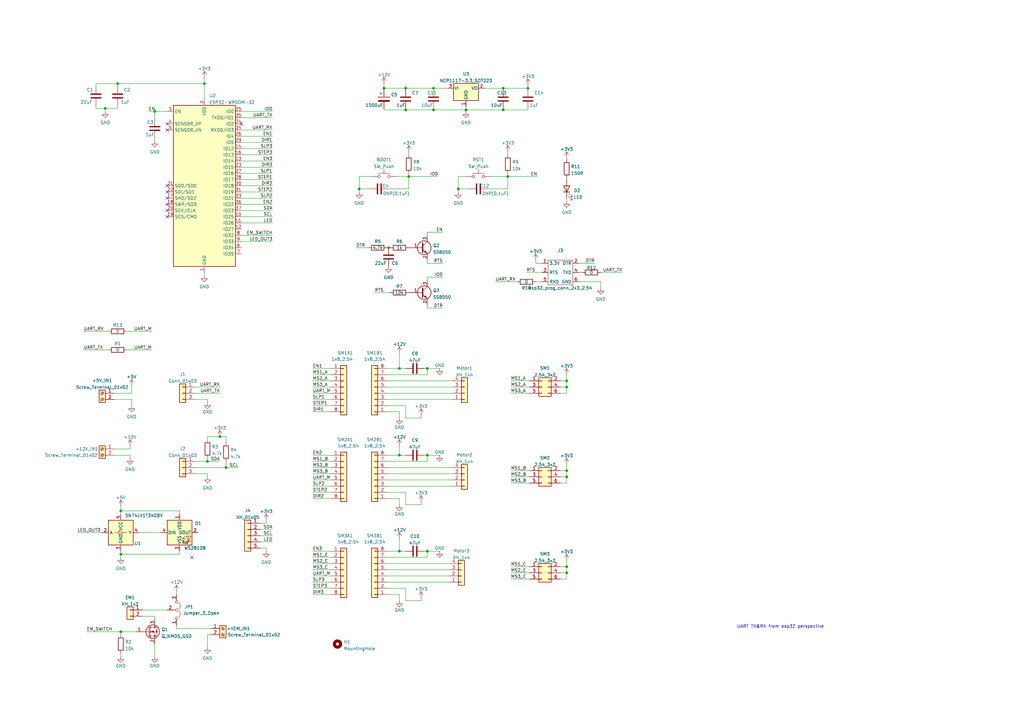
<source format=kicad_sch>
(kicad_sch (version 20211123) (generator eeschema)
  (paper "A3")
  (junction (at 83.82 34.29))
  (junction (at 191.135 45.085))
  (junction (at 157.48 36.195))
  (junction (at 177.8 36.195))
  (junction (at 232.41 195.58))
  (junction (at 232.41 156.21))
  (junction (at 206.375 36.195))
  (junction (at 159.385 101.6))
  (junction (at 175.26 226.06))
  (junction (at 49.53 209.55))
  (junction (at 147.32 77.47))
  (junction (at 208.28 72.39))
  (junction (at 167.64 72.39))
  (junction (at 48.26 34.29))
  (junction (at 90.17 179.07))
  (junction (at 177.8 45.085))
  (junction (at 163.83 186.69))
  (junction (at 85.09 189.23))
  (junction (at 187.96 77.47))
  (junction (at 49.53 259.08))
  (junction (at 166.37 36.195))
  (junction (at 92.71 191.77))
  (junction (at 49.53 227.33))
  (junction (at 175.26 151.13))
  (junction (at 163.83 151.13))
  (junction (at 232.41 232.41))
  (junction (at 163.83 226.06))
  (junction (at 232.41 234.95))
  (junction (at 206.375 45.085))
  (junction (at 216.535 36.195))
  (junction (at 232.41 193.04))
  (junction (at 232.41 158.75))
  (junction (at 43.18 44.45))
  (junction (at 175.26 186.69))
  (junction (at 166.37 45.085))
  (junction (at 63.5 45.72))
  (no_connect (at 68.58 86.36))
  (no_connect (at 68.58 88.9))
  (no_connect (at 68.58 78.74))
  (no_connect (at 78.74 228.6))
  (no_connect (at 68.58 76.2))
  (no_connect (at 68.58 81.28))
  (no_connect (at 68.58 53.34))
  (no_connect (at 68.58 83.82))
  (no_connect (at 99.06 50.8))
  (no_connect (at 68.58 50.8))
  (wire (pts (xy 52.07 135.89) (xy 62.23 135.89)))
  (wire (pts (xy 209.55 232.41) (xy 217.17 232.41)))
  (wire (pts (xy 90.17 161.29) (xy 80.01 161.29)))
  (wire (pts (xy 209.55 193.04) (xy 217.17 193.04)))
  (wire (pts (xy 111.76 217.17) (xy 106.68 217.17)))
  (wire (pts (xy 208.28 72.39) (xy 208.28 77.47)))
  (wire (pts (xy 208.28 72.39) (xy 208.28 71.12)))
  (wire (pts (xy 85.09 163.83) (xy 85.09 165.1)))
  (wire (pts (xy 175.26 106.68) (xy 175.26 107.95)))
  (wire (pts (xy 209.55 195.58) (xy 217.17 195.58)))
  (wire (pts (xy 99.06 99.06) (xy 111.76 99.06)))
  (wire (pts (xy 128.27 156.21) (xy 135.89 156.21)))
  (wire (pts (xy 35.56 259.08) (xy 49.53 259.08)))
  (wire (pts (xy 39.37 44.45) (xy 39.37 43.18)))
  (wire (pts (xy 175.26 186.69) (xy 180.34 186.69)))
  (wire (pts (xy 219.71 106.68) (xy 219.71 107.95)))
  (wire (pts (xy 209.55 161.29) (xy 217.17 161.29)))
  (wire (pts (xy 128.27 191.77) (xy 135.89 191.77)))
  (wire (pts (xy 39.37 34.29) (xy 48.26 34.29)))
  (wire (pts (xy 172.72 246.38) (xy 166.37 246.38)))
  (wire (pts (xy 106.68 214.63) (xy 109.22 214.63)))
  (wire (pts (xy 198.755 36.195) (xy 206.375 36.195)))
  (wire (pts (xy 175.26 125.095) (xy 175.26 126.365)))
  (wire (pts (xy 209.55 198.12) (xy 217.17 198.12)))
  (wire (pts (xy 63.5 252.73) (xy 63.5 254)))
  (wire (pts (xy 163.83 182.88) (xy 163.83 186.69)))
  (wire (pts (xy 175.26 226.06) (xy 180.34 226.06)))
  (wire (pts (xy 158.75 243.84) (xy 163.83 243.84)))
  (wire (pts (xy 206.375 44.45) (xy 206.375 45.085)))
  (wire (pts (xy 175.26 189.23) (xy 175.26 186.69)))
  (wire (pts (xy 177.8 36.195) (xy 183.515 36.195)))
  (wire (pts (xy 158.75 186.69) (xy 163.83 186.69)))
  (wire (pts (xy 209.55 237.49) (xy 217.17 237.49)))
  (wire (pts (xy 177.8 45.085) (xy 191.135 45.085)))
  (wire (pts (xy 106.68 222.25) (xy 111.76 222.25)))
  (wire (pts (xy 200.025 77.47) (xy 208.28 77.47)))
  (wire (pts (xy 34.29 135.89) (xy 44.45 135.89)))
  (wire (pts (xy 175.26 95.25) (xy 181.61 95.25)))
  (wire (pts (xy 163.83 204.47) (xy 163.83 207.01)))
  (wire (pts (xy 216.535 34.925) (xy 216.535 36.195)))
  (wire (pts (xy 232.41 232.41) (xy 232.41 234.95)))
  (wire (pts (xy 46.99 161.29) (xy 53.975 161.29)))
  (wire (pts (xy 229.87 195.58) (xy 232.41 195.58)))
  (wire (pts (xy 159.385 77.47) (xy 167.64 77.47)))
  (wire (pts (xy 166.37 34.925) (xy 166.37 36.195)))
  (wire (pts (xy 157.48 45.085) (xy 166.37 45.085)))
  (wire (pts (xy 157.48 34.29) (xy 157.48 36.195)))
  (wire (pts (xy 158.75 168.91) (xy 163.83 168.91)))
  (wire (pts (xy 191.135 45.085) (xy 206.375 45.085)))
  (wire (pts (xy 246.38 118.11) (xy 246.38 115.57)))
  (wire (pts (xy 48.26 43.18) (xy 48.26 44.45)))
  (wire (pts (xy 229.87 156.21) (xy 232.41 156.21)))
  (wire (pts (xy 60.96 45.72) (xy 63.5 45.72)))
  (wire (pts (xy 166.37 45.085) (xy 177.8 45.085)))
  (wire (pts (xy 128.27 226.06) (xy 135.89 226.06)))
  (wire (pts (xy 128.27 163.83) (xy 135.89 163.83)))
  (wire (pts (xy 83.82 31.75) (xy 83.82 34.29)))
  (wire (pts (xy 72.39 257.81) (xy 86.36 257.81)))
  (wire (pts (xy 128.27 241.3) (xy 135.89 241.3)))
  (wire (pts (xy 163.83 168.91) (xy 163.83 171.45)))
  (wire (pts (xy 128.27 166.37) (xy 135.89 166.37)))
  (wire (pts (xy 111.76 55.88) (xy 99.06 55.88)))
  (wire (pts (xy 48.26 34.29) (xy 48.26 35.56)))
  (wire (pts (xy 229.87 198.12) (xy 232.41 198.12)))
  (wire (pts (xy 172.72 207.01) (xy 166.37 207.01)))
  (wire (pts (xy 128.27 153.67) (xy 135.89 153.67)))
  (wire (pts (xy 128.27 233.68) (xy 135.89 233.68)))
  (wire (pts (xy 157.48 44.45) (xy 157.48 45.085)))
  (wire (pts (xy 175.26 113.665) (xy 181.61 113.665)))
  (wire (pts (xy 146.05 101.6) (xy 151.13 101.6)))
  (wire (pts (xy 175.26 228.6) (xy 175.26 226.06)))
  (wire (pts (xy 49.53 260.35) (xy 49.53 259.08)))
  (wire (pts (xy 90.17 158.75) (xy 80.01 158.75)))
  (wire (pts (xy 97.79 191.77) (xy 92.71 191.77)))
  (wire (pts (xy 158.75 189.23) (xy 175.26 189.23)))
  (wire (pts (xy 99.06 45.72) (xy 111.76 45.72)))
  (wire (pts (xy 157.48 36.83) (xy 157.48 36.195)))
  (wire (pts (xy 48.26 34.29) (xy 83.82 34.29)))
  (wire (pts (xy 232.41 64.77) (xy 232.41 65.405)))
  (wire (pts (xy 73.66 227.33) (xy 49.53 227.33)))
  (wire (pts (xy 147.32 77.47) (xy 147.32 78.74)))
  (wire (pts (xy 86.36 260.35) (xy 85.09 260.35)))
  (wire (pts (xy 92.71 189.23) (xy 92.71 191.77)))
  (wire (pts (xy 85.09 189.23) (xy 80.01 189.23)))
  (wire (pts (xy 106.68 224.79) (xy 109.22 224.79)))
  (wire (pts (xy 232.41 73.025) (xy 232.41 73.66)))
  (wire (pts (xy 167.64 62.23) (xy 167.64 63.5)))
  (wire (pts (xy 175.26 96.52) (xy 175.26 95.25)))
  (wire (pts (xy 99.06 76.2) (xy 111.76 76.2)))
  (wire (pts (xy 58.42 250.19) (xy 68.58 250.19)))
  (wire (pts (xy 53.975 163.83) (xy 53.975 166.37)))
  (wire (pts (xy 99.06 81.28) (xy 111.76 81.28)))
  (wire (pts (xy 201.295 72.39) (xy 208.28 72.39)))
  (wire (pts (xy 175.26 151.13) (xy 180.34 151.13)))
  (wire (pts (xy 46.99 163.83) (xy 53.975 163.83)))
  (wire (pts (xy 158.75 226.06) (xy 163.83 226.06)))
  (wire (pts (xy 85.09 260.35) (xy 85.09 265.43)))
  (wire (pts (xy 163.83 151.13) (xy 163.83 144.78)))
  (wire (pts (xy 158.75 196.85) (xy 185.42 196.85)))
  (wire (pts (xy 159.385 101.6) (xy 160.02 101.6)))
  (wire (pts (xy 166.37 246.38) (xy 166.37 241.3)))
  (wire (pts (xy 172.72 205.74) (xy 172.72 207.01)))
  (wire (pts (xy 237.49 111.76) (xy 238.76 111.76)))
  (wire (pts (xy 172.72 245.11) (xy 172.72 246.38)))
  (wire (pts (xy 209.55 158.75) (xy 217.17 158.75)))
  (wire (pts (xy 99.06 68.58) (xy 111.76 68.58)))
  (wire (pts (xy 99.06 71.12) (xy 111.76 71.12)))
  (wire (pts (xy 73.66 226.06) (xy 73.66 227.33)))
  (wire (pts (xy 162.56 72.39) (xy 167.64 72.39)))
  (wire (pts (xy 151.765 77.47) (xy 147.32 77.47)))
  (wire (pts (xy 128.27 236.22) (xy 135.89 236.22)))
  (wire (pts (xy 163.83 151.13) (xy 166.37 151.13)))
  (wire (pts (xy 63.5 45.72) (xy 68.58 45.72)))
  (wire (pts (xy 99.06 88.9) (xy 111.76 88.9)))
  (wire (pts (xy 90.17 189.23) (xy 85.09 189.23)))
  (wire (pts (xy 166.37 36.195) (xy 166.37 36.83)))
  (wire (pts (xy 83.82 34.29) (xy 83.82 40.64)))
  (wire (pts (xy 187.96 77.47) (xy 187.96 78.74)))
  (wire (pts (xy 99.06 66.04) (xy 111.76 66.04)))
  (wire (pts (xy 172.72 171.45) (xy 166.37 171.45)))
  (wire (pts (xy 166.37 166.37) (xy 158.75 166.37)))
  (wire (pts (xy 99.06 78.74) (xy 111.76 78.74)))
  (wire (pts (xy 222.25 111.76) (xy 215.9 111.76)))
  (wire (pts (xy 167.64 72.39) (xy 167.64 77.47)))
  (wire (pts (xy 34.29 143.51) (xy 44.45 143.51)))
  (wire (pts (xy 72.39 256.54) (xy 72.39 257.81)))
  (wire (pts (xy 177.8 44.45) (xy 177.8 45.085)))
  (wire (pts (xy 166.37 44.45) (xy 166.37 45.085)))
  (wire (pts (xy 158.75 194.31) (xy 185.42 194.31)))
  (wire (pts (xy 177.8 36.195) (xy 166.37 36.195)))
  (wire (pts (xy 85.09 179.07) (xy 90.17 179.07)))
  (wire (pts (xy 219.71 107.95) (xy 222.25 107.95)))
  (wire (pts (xy 232.41 153.67) (xy 232.41 156.21)))
  (wire (pts (xy 128.27 243.84) (xy 135.89 243.84)))
  (wire (pts (xy 229.87 193.04) (xy 232.41 193.04)))
  (wire (pts (xy 158.75 199.39) (xy 185.42 199.39)))
  (wire (pts (xy 39.37 34.29) (xy 39.37 35.56)))
  (wire (pts (xy 232.41 156.21) (xy 232.41 158.75)))
  (wire (pts (xy 166.37 241.3) (xy 158.75 241.3)))
  (wire (pts (xy 128.27 168.91) (xy 135.89 168.91)))
  (wire (pts (xy 147.32 72.39) (xy 147.32 77.47)))
  (wire (pts (xy 128.27 231.14) (xy 135.89 231.14)))
  (wire (pts (xy 49.53 227.33) (xy 49.53 228.6)))
  (wire (pts (xy 128.27 238.76) (xy 135.89 238.76)))
  (wire (pts (xy 53.34 186.69) (xy 46.99 186.69)))
  (wire (pts (xy 73.66 210.82) (xy 73.66 209.55)))
  (wire (pts (xy 232.41 158.75) (xy 232.41 161.29)))
  (wire (pts (xy 128.27 199.39) (xy 135.89 199.39)))
  (wire (pts (xy 158.75 158.75) (xy 185.42 158.75)))
  (wire (pts (xy 43.18 44.45) (xy 43.18 45.72)))
  (wire (pts (xy 232.41 195.58) (xy 232.41 198.12)))
  (wire (pts (xy 111.76 96.52) (xy 99.06 96.52)))
  (wire (pts (xy 53.34 187.96) (xy 53.34 186.69)))
  (wire (pts (xy 128.27 161.29) (xy 135.89 161.29)))
  (wire (pts (xy 99.06 48.26) (xy 111.76 48.26)))
  (wire (pts (xy 191.135 45.085) (xy 191.135 45.72)))
  (wire (pts (xy 208.28 62.23) (xy 208.28 63.5)))
  (wire (pts (xy 203.2 115.57) (xy 212.09 115.57)))
  (wire (pts (xy 63.5 56.515) (xy 63.5 57.785)))
  (wire (pts (xy 80.01 163.83) (xy 85.09 163.83)))
  (wire (pts (xy 163.83 226.06) (xy 166.37 226.06)))
  (wire (pts (xy 175.26 126.365) (xy 181.61 126.365)))
  (wire (pts (xy 166.37 207.01) (xy 166.37 201.93)))
  (wire (pts (xy 152.4 72.39) (xy 147.32 72.39)))
  (wire (pts (xy 49.53 209.55) (xy 49.53 210.82)))
  (wire (pts (xy 99.06 91.44) (xy 111.76 91.44)))
  (wire (pts (xy 209.55 234.95) (xy 217.17 234.95)))
  (wire (pts (xy 158.75 191.77) (xy 185.42 191.77)))
  (wire (pts (xy 166.37 201.93) (xy 158.75 201.93)))
  (wire (pts (xy 191.135 43.815) (xy 191.135 45.085)))
  (wire (pts (xy 128.27 204.47) (xy 135.89 204.47)))
  (wire (pts (xy 158.75 236.22) (xy 184.15 236.22)))
  (wire (pts (xy 128.27 196.85) (xy 135.89 196.85)))
  (wire (pts (xy 109.22 224.79) (xy 109.22 226.06)))
  (wire (pts (xy 99.06 83.82) (xy 111.76 83.82)))
  (wire (pts (xy 157.48 36.195) (xy 166.37 36.195)))
  (wire (pts (xy 49.53 259.08) (xy 55.88 259.08)))
  (wire (pts (xy 48.26 44.45) (xy 43.18 44.45)))
  (wire (pts (xy 175.26 114.935) (xy 175.26 113.665)))
  (wire (pts (xy 111.76 60.96) (xy 99.06 60.96)))
  (wire (pts (xy 158.75 153.67) (xy 175.26 153.67)))
  (wire (pts (xy 167.64 72.39) (xy 167.64 71.12)))
  (wire (pts (xy 92.71 181.61) (xy 92.71 179.07)))
  (wire (pts (xy 158.75 233.68) (xy 184.15 233.68)))
  (wire (pts (xy 209.55 156.21) (xy 217.17 156.21)))
  (wire (pts (xy 229.87 232.41) (xy 232.41 232.41)))
  (wire (pts (xy 106.68 219.71) (xy 111.76 219.71)))
  (wire (pts (xy 43.18 44.45) (xy 39.37 44.45)))
  (wire (pts (xy 49.53 207.645) (xy 49.53 209.55)))
  (wire (pts (xy 232.41 190.5) (xy 232.41 193.04)))
  (wire (pts (xy 172.72 170.18) (xy 172.72 171.45)))
  (wire (pts (xy 53.975 158.115) (xy 53.975 161.29)))
  (wire (pts (xy 128.27 189.23) (xy 135.89 189.23)))
  (wire (pts (xy 128.27 151.13) (xy 135.89 151.13)))
  (wire (pts (xy 85.09 194.31) (xy 85.09 195.58)))
  (wire (pts (xy 63.5 269.24) (xy 63.5 264.16)))
  (wire (pts (xy 229.87 237.49) (xy 232.41 237.49)))
  (wire (pts (xy 83.82 111.76) (xy 83.82 113.03)))
  (wire (pts (xy 99.06 53.34) (xy 111.76 53.34)))
  (wire (pts (xy 80.01 194.31) (xy 85.09 194.31)))
  (wire (pts (xy 128.27 186.69) (xy 135.89 186.69)))
  (wire (pts (xy 128.27 201.93) (xy 135.89 201.93)))
  (wire (pts (xy 99.06 73.66) (xy 111.76 73.66)))
  (wire (pts (xy 66.04 218.44) (xy 57.15 218.44)))
  (wire (pts (xy 175.26 107.95) (xy 181.61 107.95)))
  (wire (pts (xy 187.96 77.47) (xy 187.96 72.39)))
  (wire (pts (xy 111.76 63.5) (xy 99.06 63.5)))
  (wire (pts (xy 167.64 72.39) (xy 179.705 72.39)))
  (wire (pts (xy 173.99 151.13) (xy 175.26 151.13)))
  (wire (pts (xy 85.09 187.96) (xy 85.09 189.23)))
  (wire (pts (xy 92.71 191.77) (xy 80.01 191.77)))
  (wire (pts (xy 216.535 36.195) (xy 216.535 36.83)))
  (wire (pts (xy 158.75 231.14) (xy 184.15 231.14)))
  (wire (pts (xy 158.75 156.21) (xy 185.42 156.21)))
  (wire (pts (xy 163.83 220.98) (xy 163.83 226.06)))
  (wire (pts (xy 246.38 111.76) (xy 255.27 111.76)))
  (wire (pts (xy 232.41 81.28) (xy 232.41 82.55)))
  (wire (pts (xy 49.53 209.55) (xy 73.66 209.55)))
  (wire (pts (xy 206.375 36.195) (xy 206.375 36.83)))
  (wire (pts (xy 232.41 234.95) (xy 232.41 237.49)))
  (wire (pts (xy 92.71 179.07) (xy 90.17 179.07)))
  (wire (pts (xy 246.38 115.57) (xy 237.49 115.57)))
  (wire (pts (xy 187.96 72.39) (xy 191.135 72.39)))
  (wire (pts (xy 72.39 242.57) (xy 72.39 243.84)))
  (wire (pts (xy 153.67 120.015) (xy 160.02 120.015)))
  (wire (pts (xy 53.34 184.15) (xy 53.34 182.88)))
  (wire (pts (xy 237.49 107.95) (xy 243.84 107.95)))
  (wire (pts (xy 128.27 158.75) (xy 135.89 158.75)))
  (wire (pts (xy 158.75 163.83) (xy 185.42 163.83)))
  (wire (pts (xy 208.28 72.39) (xy 220.345 72.39)))
  (wire (pts (xy 158.75 238.76) (xy 184.15 238.76)))
  (wire (pts (xy 158.75 151.13) (xy 163.83 151.13)))
  (wire (pts (xy 163.83 186.69) (xy 166.37 186.69)))
  (wire (pts (xy 128.27 228.6) (xy 135.89 228.6)))
  (wire (pts (xy 216.535 44.45) (xy 216.535 45.085)))
  (wire (pts (xy 158.75 101.6) (xy 159.385 101.6)))
  (wire (pts (xy 52.07 143.51) (xy 62.23 143.51)))
  (wire (pts (xy 192.405 77.47) (xy 187.96 77.47)))
  (wire (pts (xy 41.91 218.44) (xy 31.75 218.44)))
  (wire (pts (xy 99.06 86.36) (xy 111.76 86.36)))
  (wire (pts (xy 111.76 58.42) (xy 99.06 58.42)))
  (wire (pts (xy 109.22 214.63) (xy 109.22 213.36)))
  (wire (pts (xy 216.535 45.085) (xy 206.375 45.085)))
  (wire (pts (xy 158.75 161.29) (xy 185.42 161.29)))
  (wire (pts (xy 49.53 226.06) (xy 49.53 227.33)))
  (wire (pts (xy 206.375 36.195) (xy 216.535 36.195)))
  (wire (pts (xy 173.99 186.69) (xy 175.26 186.69)))
  (wire (pts (xy 163.83 243.84) (xy 163.83 246.38)))
  (wire (pts (xy 229.87 234.95) (xy 232.41 234.95)))
  (wire (pts (xy 173.99 226.06) (xy 175.26 226.06)))
  (wire (pts (xy 175.26 153.67) (xy 175.26 151.13)))
  (wire (pts (xy 158.75 204.47) (xy 163.83 204.47)))
  (wire (pts (xy 46.99 184.15) (xy 53.34 184.15)))
  (wire (pts (xy 232.41 229.87) (xy 232.41 232.41)))
  (wire (pts (xy 63.5 45.72) (xy 63.5 48.895)))
  (wire (pts (xy 177.8 36.83) (xy 177.8 36.195)))
  (wire (pts (xy 49.53 267.97) (xy 49.53 269.24)))
  (wire (pts (xy 85.09 180.34) (xy 85.09 179.07)))
  (wire (pts (xy 158.75 228.6) (xy 175.26 228.6)))
  (wire (pts (xy 219.71 115.57) (xy 222.25 115.57)))
  (wire (pts (xy 232.41 193.04) (xy 232.41 195.58)))
  (wire (pts (xy 229.87 158.75) (xy 232.41 158.75)))
  (wire (pts (xy 166.37 171.45) (xy 166.37 166.37)))
  (wire (pts (xy 58.42 252.73) (xy 63.5 252.73)))
  (wire (pts (xy 229.87 161.29) (xy 232.41 161.29)))
  (wire (pts (xy 128.27 194.31) (xy 135.89 194.31)))
  (text "UART TX&RX from esp32 perspective\n" (at 302.26 257.81 0) (effects (font (size 1.27 1.27)) (justify left bottom)))
  (label "RTS" (at 153.67 120.015 0))
  (label "UART_TX" (at 90.17 161.29 180))
  (label "LED_OUT3" (at 111.76 99.06 180))
  (label "EN2" (at 111.76 83.82 180))
  (label "SDA" (at 111.76 86.36 180))
  (label "STEP1" (at 111.76 73.66 180))
  (label "SCL" (at 111.76 88.9 180))
  (label "EN" (at 60.96 45.72 0))
  (label "DIR3" (at 128.27 243.84 0))
  (label "RTS" (at 181.61 107.95 180))
  (label "STEP1" (at 128.27 166.37 0))
  (label "DIR3" (at 111.76 68.58 180))
  (label "UART_RX" (at 90.17 158.75 180))
  (label "SLP3" (at 111.76 60.96 180))
  (label "MS2_B" (at 128.27 191.77 0))
  (label "RTS" (at 215.9 111.76 0))
  (label "IO0" (at 179.705 72.39 180))
  (label "EN1" (at 111.76 55.88 180))
  (label "UART_M" (at 128.27 236.22 0))
  (label "MS3_B" (at 209.55 198.12 0))
  (label "DIR2" (at 128.27 204.47 0))
  (label "MS1_C" (at 209.55 232.41 0))
  (label "EN1" (at 128.27 151.13 0))
  (label "UART_RX" (at 111.76 53.34 180))
  (label "MS2_C" (at 209.55 234.95 0))
  (label "SLP2" (at 128.27 199.39 0))
  (label "UART_M" (at 128.27 196.85 0))
  (label "MS1_A" (at 209.55 156.21 0))
  (label "MS2_C" (at 128.27 231.14 0))
  (label "EM_SWITCH" (at 111.76 96.52 180))
  (label "MS1_B" (at 128.27 189.23 0))
  (label "MS3_C" (at 128.27 233.68 0))
  (label "SDA" (at 90.17 189.23 180))
  (label "MS2_A" (at 128.27 156.21 0))
  (label "EN3" (at 111.76 66.04 180))
  (label "SLP1" (at 111.76 71.12 180))
  (label "SLP3" (at 128.27 238.76 0))
  (label "DIR1" (at 111.76 58.42 180))
  (label "EM_SWITCH" (at 35.56 259.08 0))
  (label "UART_M" (at 62.23 143.51 180))
  (label "IO0" (at 111.76 45.72 180))
  (label "UART_RX" (at 203.2 115.57 0))
  (label "STEP3" (at 111.76 63.5 180))
  (label "MS1_C" (at 128.27 228.6 0))
  (label "MS3_B" (at 128.27 194.31 0))
  (label "SLP1" (at 128.27 163.83 0))
  (label "LED" (at 111.76 222.25 180))
  (label "UART_TX" (at 34.29 143.51 0))
  (label "MS3_A" (at 128.27 158.75 0))
  (label "MS3_A" (at 209.55 161.29 0))
  (label "DTR" (at 243.84 107.95 180))
  (label "MS2_A" (at 209.55 158.75 0))
  (label "STEP3" (at 128.27 241.3 0))
  (label "SLP2" (at 111.76 81.28 180))
  (label "SCL" (at 111.76 219.71 180))
  (label "MS2_B" (at 209.55 195.58 0))
  (label "DIR2" (at 111.76 76.2 180))
  (label "IO0" (at 181.61 113.665 180))
  (label "UART_TX" (at 255.27 111.76 180))
  (label "UART_M" (at 62.23 135.89 180))
  (label "STEP2" (at 111.76 78.74 180))
  (label "DIR1" (at 128.27 168.91 0))
  (label "EN" (at 220.345 72.39 180))
  (label "DTR" (at 146.05 101.6 0))
  (label "UART_M" (at 128.27 161.29 0))
  (label "EN" (at 181.61 95.25 180))
  (label "STEP2" (at 128.27 201.93 0))
  (label "MS1_A" (at 128.27 153.67 0))
  (label "SDA" (at 111.76 217.17 180))
  (label "DTR" (at 181.61 126.365 180))
  (label "EN2" (at 128.27 186.69 0))
  (label "MS3_C" (at 209.55 237.49 0))
  (label "MS1_B" (at 209.55 193.04 0))
  (label "UART_TX" (at 111.76 48.26 180))
  (label "UART_RX" (at 34.29 135.89 0))
  (label "SCL" (at 97.79 191.77 180))
  (label "EN3" (at 128.27 226.06 0))
  (label "LED_OUT3" (at 31.75 218.44 0))
  (label "LED" (at 111.76 91.44 180))
  (symbol (lib_id "power:GND") (at 147.32 78.74 0) (unit 1)
    (property "Reference" "#PWR0110" (effects hide))
    (property "Value" "GND" (at 147.32 83.3025 0))
  )
  (symbol (lib_id "Device:C") (at 206.375 40.64 0) (unit 1)
    (property "Reference" "C13" (at 203.835 38.1 0) (effects (justify left)))
    (property "Value" "10uF" (at 201.295 43.18 0) (effects (justify left)))
    (property "Footprint" "Capacitor_SMD:C_0603_1608Metric" (effects hide))
  )
  (symbol (lib_id "power:GND") (at 85.09 195.58 0) (unit 1)
    (property "Reference" "#PWR0137" (effects hide))
    (property "Value" "GND" (at 85.09 200.1425 0))
  )
  (symbol (lib_id "power:GND") (at 191.135 45.72 0) (unit 1)
    (property "Reference" "#PWR0112" (effects hide))
    (property "Value" "GND" (at 191.135 50.2825 0))
  )
  (symbol (lib_id "power:GND") (at 63.5 269.24 0) (unit 1)
    (property "Reference" "#PWR0142" (effects hide))
    (property "Value" "GND" (at 63.5 273.05 0))
  )
  (symbol (lib_id "power:+12V") (at 72.39 242.57 0) (unit 1)
    (property "Reference" "#PWR0144" (effects hide))
    (property "Value" "+12V" (at 72.39 238.76 0))
  )
  (symbol (lib_id "Device:R") (at 232.41 69.215 0) (unit 1)
    (property "Reference" "R11" (at 234.188 68.3065 0) (effects (justify left)))
    (property "Value" "150R" (at 234.188 71.0816 0) (effects (justify left)))
    (property "Footprint" "Resistor_SMD:R_0603_1608Metric" (effects hide))
  )
  (symbol (lib_id "Connector_Generic:Conn_02x03_Odd_Even") (at 222.25 234.95 0) (unit 1)
    (property "Reference" "SM3" (at 223.52 227.1735 0))
    (property "Value" "2.54_3x2" (at 223.52 229.9486 0))
    (property "Footprint" "Connector_PinHeader_2.54mm:PinHeader_2x03_P2.54mm_Vertical" (effects hide))
  )
  (symbol (lib_id "esp32:esp32_prog_conn_2x3_2.54") (at 229.87 111.76 0) (unit 1)
    (property "Reference" "J3" (at 229.87 102.7643 0))
    (property "Value" "esp32_prog_conn_2x3_2.54" (at 229.87 118.11 0))
    (property "Footprint" "Connector_PinHeader_2.54mm:PinHeader_2x03_P2.54mm_Vertical" (effects hide))
  )
  (symbol (lib_id "Connector_Generic:Conn_02x03_Odd_Even") (at 222.25 195.58 0) (unit 1)
    (property "Reference" "SM2" (at 223.52 187.8035 0))
    (property "Value" "2.54_3x2" (at 223.52 190.5786 0))
    (property "Footprint" "Connector_PinHeader_2.54mm:PinHeader_2x03_P2.54mm_Vertical" (effects hide))
  )
  (symbol (lib_id "Connector_Generic:Conn_01x08") (at 140.97 233.68 0) (unit 1)
    (property "Reference" "SM3A1" (at 138.43 219.71 0) (effects (justify left)))
    (property "Value" "1x8_2.54" (at 138.43 222.25 0) (effects (justify left)))
    (property "Footprint" "Connector_PinSocket_2.54mm:PinSocket_1x08_P2.54mm_Vertical" (effects hide))
  )
  (symbol (lib_id "Device:C") (at 177.8 40.64 0) (unit 1)
    (property "Reference" "C11" (at 175.26 38.1 0) (effects (justify left)))
    (property "Value" "10uF" (at 172.72 43.18 0) (effects (justify left)))
    (property "Footprint" "Capacitor_SMD:C_0603_1608Metric" (effects hide))
  )
  (symbol (lib_id "Connector_Generic:Conn_01x08") (at 140.97 158.75 0) (unit 1)
    (property "Reference" "SM1A1" (at 138.43 144.78 0) (effects (justify left)))
    (property "Value" "1x8_2.54" (at 135.89 147.32 0) (effects (justify left)))
    (property "Footprint" "Connector_PinSocket_2.54mm:PinSocket_1x08_P2.54mm_Vertical" (effects hide))
  )
  (symbol (lib_id "power:GND") (at 85.09 265.43 0) (unit 1)
    (property "Reference" "#PWR0141" (effects hide))
    (property "Value" "GND" (at 85.09 269.9925 0))
  )
  (symbol (lib_id "power:GND") (at 49.53 228.6 0) (unit 1)
    (property "Reference" "#PWR0140" (effects hide))
    (property "Value" "GND" (at 49.53 233.1625 0))
  )
  (symbol (lib_id "power:+3.3V") (at 232.41 229.87 0) (unit 1)
    (property "Reference" "#PWR0115" (effects hide))
    (property "Value" "+3.3V" (at 232.41 226.2655 0))
  )
  (symbol (lib_id "Device:C") (at 155.575 77.47 90) (unit 1)
    (property "Reference" "C4" (at 158.115 76.2 90))
    (property "Value" "DNP(0.1uF)" (at 162.56 79.375 90))
    (property "Footprint" "Capacitor_SMD:C_0603_1608Metric" (effects hide))
  )
  (symbol (lib_id "Device:C") (at 170.18 151.13 90) (unit 1)
    (property "Reference" "C8" (at 170.18 145.0045 90))
    (property "Value" "47uF" (at 170.18 147.7796 90))
    (property "Footprint" "Capacitor_SMD:CP_Elec_6.3x7.7" (effects hide))
  )
  (symbol (lib_id "Connector_Generic:Conn_01x08") (at 153.67 161.29 180) (unit 1)
    (property "Reference" "SM1B1" (at 153.67 144.78 0))
    (property "Value" "1x8_2.54" (at 153.67 147.32 0))
    (property "Footprint" "Connector_PinSocket_2.54mm:PinSocket_1x08_P2.54mm_Vertical" (effects hide))
  )
  (symbol (lib_id "Switch:SW_Push") (at 157.48 72.39 0) (unit 1)
    (property "Reference" "BOOT1" (at 157.48 65.5025 0))
    (property "Value" "SW_Push" (at 157.48 68.2776 0))
    (property "Footprint" "Button_Switch_SMD:SW_SPST_CK_RS282G05A3" (effects hide))
    (property "lcsc" "C318938" (effects hide))
  )
  (symbol (lib_id "Device:R") (at 163.83 101.6 90) (unit 1)
    (property "Reference" "R6" (at 163.83 99.06 90))
    (property "Value" "1k" (at 163.83 101.6 90))
    (property "Footprint" "Resistor_SMD:R_0603_1608Metric" (effects hide))
  )
  (symbol (lib_id "power:GND") (at 232.41 82.55 0) (unit 1)
    (property "Reference" "#PWR0121" (effects hide))
    (property "Value" "GND" (at 232.41 87.1125 0))
  )
  (symbol (lib_id "Logic_LevelTranslator:SN74LV1T34DBV") (at 49.53 218.44 0) (unit 1)
    (property "Reference" "U1" (at 56.515 222.885 0))
    (property "Value" "SN74LV1T34DBV" (at 59.055 211.455 0))
    (property "Footprint" "Package_TO_SOT_SMD:SOT-23-5" (effects hide))
    (property "Datasheet" "https://www.ti.com/lit/ds/symlink/sn74lv1t34.pdf" (effects hide))
  )
  (symbol (lib_id "Device:C") (at 196.215 77.47 90) (unit 1)
    (property "Reference" "C12" (at 198.755 76.2 90))
    (property "Value" "DNP(0.1uF)" (at 203.2 79.375 90))
    (property "Footprint" "Capacitor_SMD:C_0603_1608Metric" (effects hide))
  )
  (symbol (lib_id "power:GND") (at 63.5 57.785 0) (unit 1)
    (property "Reference" "#PWR0108" (effects hide))
    (property "Value" "GND" (at 63.5 62.3475 0))
  )
  (symbol (lib_id "Device:R") (at 242.57 111.76 90) (unit 1)
    (property "Reference" "R12" (at 242.57 109.855 90))
    (property "Value" "0" (at 242.57 111.76 90))
    (property "Footprint" "Resistor_SMD:R_0603_1608Metric" (effects hide))
  )
  (symbol (lib_id "Connector_Generic:Conn_01x04") (at 189.23 236.22 0) (mirror x) (unit 1)
    (property "Reference" "Motor3" (at 189.23 225.9035 0))
    (property "Value" "XH_1x4" (at 189.23 228.6786 0))
    (property "Footprint" "Connector_JST:JST_XH_B4B-XH-AM_1x04_P2.50mm_Vertical" (effects hide))
  )
  (symbol (lib_id "Device:R") (at 92.71 185.42 0) (unit 1)
    (property "Reference" "R4" (at 94.488 184.5115 0) (effects (justify left)))
    (property "Value" "4.7k" (at 94.488 187.2866 0) (effects (justify left)))
    (property "Footprint" "Resistor_SMD:R_0603_1608Metric" (effects hide))
  )
  (symbol (lib_id "Connector_Generic:Conn_01x03") (at 74.93 191.77 0) (mirror y) (unit 1)
    (property "Reference" "J2" (at 74.93 183.9935 0))
    (property "Value" "Conn_01x03" (at 74.93 186.7686 0))
    (property "Footprint" "Connector_PinHeader_2.54mm:PinHeader_1x03_P2.54mm_Vertical" (effects hide))
  )
  (symbol (lib_id "Connector_Generic:Conn_01x08") (at 140.97 194.31 0) (unit 1)
    (property "Reference" "SM2A1" (at 138.43 180.34 0) (effects (justify left)))
    (property "Value" "1x8_2.54" (at 138.43 182.88 0) (effects (justify left)))
    (property "Footprint" "Connector_PinSocket_2.54mm:PinSocket_1x08_P2.54mm_Vertical" (effects hide))
  )
  (symbol (lib_id "power:GND") (at 163.83 246.38 0) (unit 1)
    (property "Reference" "#PWR0135" (effects hide))
    (property "Value" "GND" (at 163.83 250.19 0))
  )
  (symbol (lib_id "Connector:Screw_Terminal_01x02") (at 91.44 257.81 0) (unit 1)
    (property "Reference" "+VEM_IN1" (at 97.79 257.81 0))
    (property "Value" "Screw_Terminal_01x02" (at 104.14 260.35 0))
    (property "Footprint" "TerminalBlock:TerminalBlock_bornier-2_P5.08mm" (effects hide))
  )
  (symbol (lib_id "Device:Q_NPN_BEC") (at 172.72 120.015 0) (unit 1)
    (property "Reference" "Q3" (at 177.5714 119.1065 0) (effects (justify left)))
    (property "Value" "SS8050" (at 177.5714 121.8816 0) (effects (justify left)))
    (property "Footprint" "Package_TO_SOT_SMD:SOT-23" (effects hide))
  )
  (symbol (lib_id "Connector_Generic:Conn_01x02") (at 53.34 250.19 0) (mirror y) (unit 1)
    (property "Reference" "EM1" (at 53.34 245.11 0))
    (property "Value" "XH_1x2" (at 53.34 247.7286 0))
    (property "Footprint" "Connector_JST:JST_XH_B2B-XH-AM_1x02_P2.50mm_Vertical" (effects hide))
  )
  (symbol (lib_id "power:GND") (at 83.82 113.03 0) (unit 1)
    (property "Reference" "#PWR0109" (effects hide))
    (property "Value" "GND" (at 83.82 117.5925 0))
  )
  (symbol (lib_id "power:GND") (at 180.34 226.06 0) (unit 1)
    (property "Reference" "#PWR0136" (effects hide))
    (property "Value" "GND" (at 180.34 224.79 0))
  )
  (symbol (lib_id "power:GND") (at 246.38 118.11 0) (unit 1)
    (property "Reference" "#PWR0119" (effects hide))
    (property "Value" "GND" (at 246.38 122.6725 0))
  )
  (symbol (lib_id "Switch:SW_Push") (at 196.215 72.39 0) (unit 1)
    (property "Reference" "RST1" (at 196.215 65.5025 0))
    (property "Value" "SW_Push" (at 196.215 68.2776 0))
    (property "Footprint" "Button_Switch_SMD:SW_SPST_CK_RS282G05A3" (effects hide))
    (property "lcsc" "C318938" (effects hide))
  )
  (symbol (lib_id "power:+12V") (at 163.83 144.78 0) (unit 1)
    (property "Reference" "#PWR0129" (effects hide))
    (property "Value" "+12V" (at 163.83 141.1755 0))
  )
  (symbol (lib_id "power:+3.3V") (at 83.82 31.75 0) (unit 1)
    (property "Reference" "#PWR0107" (effects hide))
    (property "Value" "+3.3V" (at 83.82 28.1455 0))
  )
  (symbol (lib_id "Device:C") (at 170.18 186.69 90) (unit 1)
    (property "Reference" "C9" (at 170.18 180.5645 90))
    (property "Value" "47uF" (at 170.18 183.3396 90))
    (property "Footprint" "Capacitor_SMD:CP_Elec_6.3x7.7" (effects hide))
  )
  (symbol (lib_id "power:GND") (at 187.96 78.74 0) (unit 1)
    (property "Reference" "#PWR0117" (effects hide))
    (property "Value" "GND" (at 187.96 83.3025 0))
  )
  (symbol (lib_id "Device:R") (at 48.26 143.51 90) (unit 1)
    (property "Reference" "R1" (at 48.26 140.97 90))
    (property "Value" "0" (at 48.26 143.51 90))
    (property "Footprint" "Resistor_SMD:R_0603_1608Metric" (effects hide))
  )
  (symbol (lib_id "power:GND") (at 53.975 166.37 0) (unit 1)
    (property "Reference" "#PWR0104" (effects hide))
    (property "Value" "GND" (at 53.975 170.9325 0))
  )
  (symbol (lib_id "Jumper:Jumper_3_Open") (at 72.39 250.19 270) (mirror x) (unit 1)
    (property "Reference" "JP1" (at 77.47 248.92 90))
    (property "Value" "Jumper_3_Open" (at 82.55 251.46 90))
    (property "Footprint" "Jumper:SolderJumper-3_P1.3mm_Open_RoundedPad1.0x1.5mm" (effects hide))
  )
  (symbol (lib_id "power:+3.3V") (at 172.72 205.74 0) (unit 1)
    (property "Reference" "#PWR0132" (effects hide))
    (property "Value" "+3.3V" (at 172.72 202.1355 0))
  )
  (symbol (lib_id "Device:C") (at 39.37 39.37 0) (unit 1)
    (property "Reference" "C1" (at 35.56 36.83 0) (effects (justify left)))
    (property "Value" "22uF" (at 33.02 41.91 0) (effects (justify left)))
    (property "Footprint" "Capacitor_SMD:C_0603_1608Metric" (effects hide))
  )
  (symbol (lib_id "power:+3.3V") (at 172.72 170.18 0) (unit 1)
    (property "Reference" "#PWR0126" (effects hide))
    (property "Value" "+3.3V" (at 172.72 166.5755 0))
  )
  (symbol (lib_id "Connector_Generic:Conn_01x08") (at 153.67 236.22 180) (unit 1)
    (property "Reference" "SM3B1" (at 153.67 219.71 0))
    (property "Value" "1x8_2.54" (at 153.67 222.25 0))
    (property "Footprint" "Connector_PinSocket_2.54mm:PinSocket_1x08_P2.54mm_Vertical" (effects hide))
  )
  (symbol (lib_id "Connector_Generic:Conn_01x03") (at 74.93 161.29 0) (mirror y) (unit 1)
    (property "Reference" "J1" (at 74.93 153.5135 0))
    (property "Value" "Conn_01x03" (at 74.93 156.2886 0))
    (property "Footprint" "Connector_PinHeader_2.54mm:PinHeader_1x03_P2.54mm_Vertical" (effects hide))
  )
  (symbol (lib_id "Device:C_Polarized") (at 157.48 40.64 0) (unit 1)
    (property "Reference" "C5" (at 160.401 38.8425 0) (effects (justify left)))
    (property "Value" "1000uF" (at 149.86 43.18 0) (effects (justify left)))
    (property "Footprint" "Capacitor_THT:CP_Radial_D10.0mm_P5.00mm" (effects hide))
  )
  (symbol (lib_id "power:+3.3V") (at 208.28 62.23 0) (unit 1)
    (property "Reference" "#PWR0120" (effects hide))
    (property "Value" "+3.3V" (at 208.28 58.6255 0))
  )
  (symbol (lib_id "power:+3.3V") (at 219.71 106.68 0) (unit 1)
    (property "Reference" "#PWR0118" (effects hide))
    (property "Value" "+3.3V" (at 219.71 103.0755 0))
  )
  (symbol (lib_id "power:+3.3V") (at 90.17 179.07 0) (unit 1)
    (property "Reference" "#PWR0101" (effects hide))
    (property "Value" "+3.3V" (at 90.17 175.4655 0))
  )
  (symbol (lib_id "Device:C") (at 159.385 105.41 180) (unit 1)
    (property "Reference" "C6" (at 160.655 107.95 0) (effects (justify right)))
    (property "Value" "22uF" (at 153.67 107.95 0) (effects (justify right)))
    (property "Footprint" "Capacitor_SMD:C_0603_1608Metric" (effects hide))
  )
  (symbol (lib_id "power:+3.3V") (at 232.41 64.77 0) (unit 1)
    (property "Reference" "#PWR0123" (effects hide))
    (property "Value" "+3.3V" (at 232.41 61.1655 0))
  )
  (symbol (lib_id "Device:LED") (at 232.41 77.47 90) (unit 1)
    (property "Reference" "D2" (at 235.331 78.149 90) (effects (justify right)))
    (property "Value" "LED" (at 235.331 80.9241 90) (effects (justify right)))
    (property "Footprint" "LED_SMD:LED_0805_2012Metric" (effects hide))
  )
  (symbol (lib_id "Device:C") (at 216.535 40.64 0) (unit 1)
    (property "Reference" "C14" (at 219.075 38.1 0) (effects (justify left)))
    (property "Value" "1uF" (at 217.17 43.18 0) (effects (justify left)))
    (property "Footprint" "Capacitor_SMD:C_0603_1608Metric" (effects hide))
  )
  (symbol (lib_id "Connector_Generic:Conn_02x03_Odd_Even") (at 222.25 158.75 0) (unit 1)
    (property "Reference" "SM1" (at 223.52 150.9735 0))
    (property "Value" "2.54_3x2" (at 223.52 153.7486 0))
    (property "Footprint" "Connector_PinHeader_2.54mm:PinHeader_2x03_P2.54mm_Vertical" (effects hide))
  )
  (symbol (lib_id "Connector_Generic:Conn_01x08") (at 153.67 196.85 180) (unit 1)
    (property "Reference" "SM2B1" (at 153.67 180.34 0))
    (property "Value" "1x8_2.54" (at 153.67 182.88 0))
    (property "Footprint" "Connector_PinSocket_2.54mm:PinSocket_1x08_P2.54mm_Vertical" (effects hide))
  )
  (symbol (lib_id "power:+3.3V") (at 216.535 34.925 0) (unit 1)
    (property "Reference" "#PWR0122" (effects hide))
    (property "Value" "+3.3V" (at 216.535 31.3205 0))
  )
  (symbol (lib_id "power:+3.3V") (at 109.22 213.36 0) (unit 1)
    (property "Reference" "#PWR0145" (effects hide))
    (property "Value" "+3.3V" (at 109.22 209.7555 0))
  )
  (symbol (lib_id "power:GND") (at 109.22 226.06 0) (unit 1)
    (property "Reference" "#PWR0146" (effects hide))
    (property "Value" "GND" (at 109.22 230.6225 0))
  )
  (symbol (lib_id "power:+12V") (at 53.34 182.88 0) (unit 1)
    (property "Reference" "#PWR0105" (effects hide))
    (property "Value" "+12V" (at 53.34 179.2755 0))
  )
  (symbol (lib_id "power:GND") (at 43.18 45.72 0) (unit 1)
    (property "Reference" "#PWR0106" (effects hide))
    (property "Value" "GND" (at 43.18 50.2825 0))
  )
  (symbol (lib_id "Device:R") (at 208.28 67.31 0) (unit 1)
    (property "Reference" "R9" (at 210.058 66.4015 0) (effects (justify left)))
    (property "Value" "10k" (at 210.058 69.1766 0) (effects (justify left)))
    (property "Footprint" "Resistor_SMD:R_0603_1608Metric" (effects hide))
  )
  (symbol (lib_id "power:+12V") (at 163.83 182.88 0) (unit 1)
    (property "Reference" "#PWR0127" (effects hide))
    (property "Value" "+12V" (at 163.83 179.2755 0))
  )
  (symbol (lib_id "power:+3.3V") (at 232.41 190.5 0) (unit 1)
    (property "Reference" "#PWR0130" (effects hide))
    (property "Value" "+3.3V" (at 232.41 186.8955 0))
  )
  (symbol (lib_id "Device:R") (at 163.83 120.015 90) (unit 1)
    (property "Reference" "R7" (at 163.83 117.475 90))
    (property "Value" "10k" (at 163.83 120.015 90))
    (property "Footprint" "Resistor_SMD:R_0603_1608Metric" (effects hide))
  )
  (symbol (lib_id "power:+3.3V") (at 172.72 245.11 0) (unit 1)
    (property "Reference" "#PWR0134" (effects hide))
    (property "Value" "+3.3V" (at 172.72 241.5055 0))
  )
  (symbol (lib_id "Device:R") (at 48.26 135.89 90) (unit 1)
    (property "Reference" "R13" (at 48.26 133.35 90))
    (property "Value" "0" (at 48.26 135.89 90))
    (property "Footprint" "Resistor_SMD:R_0603_1608Metric" (effects hide))
  )
  (symbol (lib_id "Connector_Generic:Conn_01x04") (at 190.5 196.85 0) (mirror x) (unit 1)
    (property "Reference" "Motor2" (at 190.5 186.5335 0))
    (property "Value" "XH_1x4" (at 190.5 189.3086 0))
    (property "Footprint" "Connector_JST:JST_XH_B4B-XH-AM_1x04_P2.50mm_Vertical" (effects hide))
  )
  (symbol (lib_id "power:GND") (at 49.53 269.24 0) (unit 1)
    (property "Reference" "#PWR0143" (effects hide))
    (property "Value" "GND" (at 49.53 273.05 0))
  )
  (symbol (lib_id "power:+5V") (at 53.975 158.115 0) (unit 1)
    (property "Reference" "#PWR0103" (effects hide))
    (property "Value" "+5V" (at 53.975 154.5105 0))
  )
  (symbol (lib_id "power:GND") (at 180.34 151.13 0) (unit 1)
    (property "Reference" "#PWR0128" (effects hide))
    (property "Value" "GND" (at 180.34 149.86 0))
  )
  (symbol (lib_id "LED:WS2812B") (at 73.66 218.44 0) (unit 1)
    (property "Reference" "D1" (at 81.28 214.63 0))
    (property "Value" "WS2812B" (at 80.01 224.79 0))
    (property "Footprint" "LED_SMD:LED_WS2812B_PLCC4_5.0x5.0mm_P3.2mm" (effects hide))
    (property "Datasheet" "https://cdn-shop.adafruit.com/datasheets/WS2812B.pdf" (effects hide))
  )
  (symbol (lib_id "Mechanical:MountingHole") (at 138.43 264.16 0) (unit 1)
    (property "Reference" "H1" (at 140.97 263.2515 0) (effects (justify left)))
    (property "Value" "MountingHole" (at 140.97 266.0266 0) (effects (justify left)))
    (property "Footprint" "MountingHole:MountingHole_3.2mm_M3_DIN965_Pad_TopBottom" (effects hide))
  )
  (symbol (lib_id "Device:R") (at 215.9 115.57 90) (unit 1)
    (property "Reference" "R10" (at 215.9 118.11 90))
    (property "Value" "0" (at 215.9 115.57 90))
    (property "Footprint" "Resistor_SMD:R_0603_1608Metric" (effects hide))
  )
  (symbol (lib_id "Device:Q_NMOS_GSD") (at 60.96 259.08 0) (unit 1)
    (property "Reference" "Q1" (at 66.167 258.1715 0) (effects (justify left)))
    (property "Value" "Q_NMOS_GSD" (at 66.167 260.9466 0) (effects (justify left)))
    (property "Footprint" "Package_TO_SOT_SMD:SOT-23" (effects hide))
  )
  (symbol (lib_id "Connector_Generic:Conn_01x05") (at 101.6 219.71 0) (mirror y) (unit 1)
    (property "Reference" "J4" (at 101.6 209.3935 0))
    (property "Value" "XH_01x05" (at 101.6 212.1686 0))
    (property "Footprint" "Connector_JST:JST_XH_B5B-XH-AM_1x05_P2.50mm_Vertical" (effects hide))
  )
  (symbol (lib_id "Regulator_Linear:NCP1117-3.3_SOT223") (at 191.135 36.195 0) (unit 1)
    (property "Reference" "U3" (at 191.135 30.3235 0))
    (property "Value" "NCP1117-3.3_SOT223" (at 191.135 33.0986 0))
    (property "Footprint" "Package_TO_SOT_SMD:SOT-223-3_TabPin2" (effects hide))
    (property "Datasheet" "http://www.onsemi.com/pub_link/Collateral/NCP1117-D.PDF" (effects hide))
  )
  (symbol (lib_id "power:+12V") (at 157.48 34.29 0) (unit 1)
    (property "Reference" "#PWR0111" (effects hide))
    (property "Value" "+12V" (at 157.48 30.6855 0))
  )
  (symbol (lib_id "Connector_Generic:Conn_01x04") (at 190.5 161.29 0) (mirror x) (unit 1)
    (property "Reference" "Motor1" (at 190.5 150.9735 0))
    (property "Value" "XH_1x4" (at 190.5 153.7486 0))
    (property "Footprint" "Connector_JST:JST_XH_B4B-XH-AM_1x04_P2.50mm_Vertical" (effects hide))
  )
  (symbol (lib_id "power:+5V") (at 49.53 207.645 0) (unit 1)
    (property "Reference" "#PWR0139" (effects hide))
    (property "Value" "+5V" (at 49.53 204.0405 0))
  )
  (symbol (lib_id "Device:C") (at 170.18 226.06 90) (unit 1)
    (property "Reference" "C10" (at 170.18 219.9345 90))
    (property "Value" "47uF" (at 170.18 222.7096 90))
    (property "Footprint" "Capacitor_SMD:CP_Elec_6.3x7.7" (effects hide))
  )
  (symbol (lib_id "power:GND") (at 53.34 187.96 0) (unit 1)
    (property "Reference" "#PWR0138" (effects hide))
    (property "Value" "GND" (at 53.34 192.5225 0))
  )
  (symbol (lib_id "power:+3.3V") (at 167.64 62.23 0) (unit 1)
    (property "Reference" "#PWR0113" (effects hide))
    (property "Value" "+3.3V" (at 167.64 58.6255 0))
  )
  (symbol (lib_id "Device:R") (at 49.53 264.16 0) (unit 1)
    (property "Reference" "R2" (at 51.308 263.2515 0) (effects (justify left)))
    (property "Value" "10k" (at 51.308 266.0266 0) (effects (justify left)))
    (property "Footprint" "Resistor_SMD:R_0603_1608Metric" (effects hide))
  )
  (symbol (lib_id "power:+3.3V") (at 232.41 153.67 0) (unit 1)
    (property "Reference" "#PWR0131" (effects hide))
    (property "Value" "+3.3V" (at 232.41 150.0655 0))
  )
  (symbol (lib_id "Device:C") (at 166.37 40.64 0) (unit 1)
    (property "Reference" "C7" (at 168.91 38.1 0) (effects (justify left)))
    (property "Value" "1uF" (at 162.56 43.18 0) (effects (justify left)))
    (property "Footprint" "Capacitor_SMD:C_0603_1608Metric" (effects hide))
  )
  (symbol (lib_id "Device:R") (at 85.09 184.15 0) (unit 1)
    (property "Reference" "R3" (at 86.868 183.2415 0) (effects (justify left)))
    (property "Value" "4.7k" (at 86.868 186.0166 0) (effects (justify left)))
    (property "Footprint" "Resistor_SMD:R_0603_1608Metric" (effects hide))
  )
  (symbol (lib_id "power:GND") (at 85.09 165.1 0) (unit 1)
    (property "Reference" "#PWR0102" (effects hide))
    (property "Value" "GND" (at 85.09 168.91 0))
  )
  (symbol (lib_id "Device:R") (at 167.64 67.31 0) (unit 1)
    (property "Reference" "R8" (at 169.418 66.4015 0) (effects (justify left)))
    (property "Value" "10k" (at 169.418 69.1766 0) (effects (justify left)))
    (property "Footprint" "Resistor_SMD:R_0603_1608Metric" (effects hide))
  )
  (symbol (lib_id "Device:C") (at 63.5 52.705 0) (unit 1)
    (property "Reference" "C3" (at 60.325 50.165 0) (effects (justify left)))
    (property "Value" "1uF" (at 59.69 55.245 0) (effects (justify left)))
    (property "Footprint" "Capacitor_SMD:C_0603_1608Metric" (effects hide))
  )
  (symbol (lib_id "Device:C") (at 48.26 39.37 0) (unit 1)
    (property "Reference" "C2" (at 50.8 36.83 0) (effects (justify left)))
    (property "Value" "1uF" (at 49.53 41.91 0) (effects (justify left)))
    (property "Footprint" "Capacitor_SMD:C_0603_1608Metric" (effects hide))
  )
  (symbol (lib_id "power:GND") (at 163.83 207.01 0) (unit 1)
    (property "Reference" "#PWR0133" (effects hide))
    (property "Value" "GND" (at 163.83 210.82 0))
  )
  (symbol (lib_id "Connector:Screw_Terminal_01x02") (at 41.91 184.15 0) (mirror y) (unit 1)
    (property "Reference" "+12V_IN1" (at 35.56 184.15 0))
    (property "Value" "Screw_Terminal_01x02" (at 29.21 186.69 0))
    (property "Footprint" "TerminalBlock:TerminalBlock_bornier-2_P5.08mm" (effects hide))
  )
  (symbol (lib_id "RF_Module:ESP32-WROOM-32") (at 83.82 76.2 0) (unit 1)
    (property "Reference" "U2" (at 85.8394 39.2135 0) (effects (justify left)))
    (property "Value" "ESP32-WROOM-32" (at 85.8394 41.9886 0) (effects (justify left)))
    (property "Footprint" "RF_Module:ESP32-WROOM-32" (effects hide))
    (property "Datasheet" "https://www.espressif.com/sites/default/files/documentation/esp32-wroom-32_datasheet_en.pdf" (effects hide))
  )
  (symbol (lib_id "power:GND") (at 180.34 186.69 0) (unit 1)
    (property "Reference" "#PWR0125" (effects hide))
    (property "Value" "GND" (at 180.34 185.42 0))
  )
  (symbol (lib_id "power:+12V") (at 163.83 220.98 0) (unit 1)
    (property "Reference" "#PWR0114" (effects hide))
    (property "Value" "+12V" (at 163.83 217.3755 0))
  )
  (symbol (lib_id "Device:Q_NPN_BEC") (at 172.72 101.6 0) (unit 1)
    (property "Reference" "Q2" (at 177.5714 100.6915 0) (effects (justify left)))
    (property "Value" "SS8050" (at 177.5714 103.4666 0) (effects (justify left)))
    (property "Footprint" "Package_TO_SOT_SMD:SOT-23" (effects hide))
  )
  (symbol (lib_id "Device:R") (at 154.94 101.6 90) (unit 1)
    (property "Reference" "R5" (at 154.94 99.06 90))
    (property "Value" "4.7k" (at 154.94 101.6 90))
    (property "Footprint" "Resistor_SMD:R_0603_1608Metric" (effects hide))
  )
  (symbol (lib_id "power:GND") (at 159.385 109.22 0) (unit 1)
    (property "Reference" "#PWR0116" (effects hide))
    (property "Value" "GND" (at 159.385 113.7825 0))
  )
  (symbol (lib_id "Connector:Screw_Terminal_01x02") (at 41.91 161.29 0) (mirror y) (unit 1)
    (property "Reference" "+5V_IN1" (at 41.91 156.0535 0))
    (property "Value" "Screw_Terminal_01x02" (at 41.91 158.8286 0))
    (property "Footprint" "TerminalBlock:TerminalBlock_bornier-2_P5.08mm" (effects hide))
  )
  (symbol (lib_id "power:GND") (at 163.83 171.45 0) (unit 1)
    (property "Reference" "#PWR0124" (effects hide))
    (property "Value" "GND" (at 163.83 175.26 0))
  )
)
</source>
